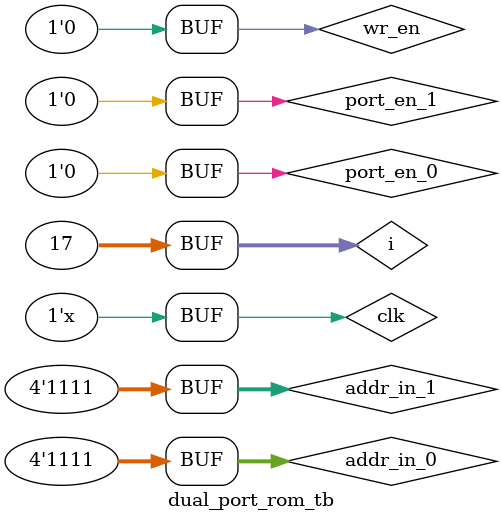
<source format=v>
module dual_port_rom 
	(input clk,
	 input wr_en,
	 input [3:0] addr_in_0,
	 input [3:0] addr_in_1,
	 input port_en_0,
	 input port_en_1,
	 output [7:0] data_out_0,
	 output [7:0] data_out_1);

reg   [4:0] raddr;
reg[7:0] rom [7:0];

 always @(posedge clk)
 begin
    if (port_en_0 == 1 && wr_en == 1)
       raddr <= addr_in_0;
 end

 always @(raddr) 
 begin
    if (port_en_0 == 1 && wr_en == 1)
       case(raddr)
   4'b0000: rom[raddr] = 8'b00100100;
   4'b0001: rom[raddr] = 8'b00100011;
   4'b0010: rom[raddr] = 8'b11100010;
   4'b0011: rom[raddr] = 8'b00100001;
   4'b0100: rom[raddr] = 8'b01000101;
   4'b0101: rom[raddr] = 8'b10101110;
   4'b0110: rom[raddr] = 8'b11001011;
   4'b0111: rom[raddr] = 8'b00000000;
   4'b1000: rom[raddr] = 8'b10100011;
   4'b1001: rom[raddr] = 8'b00101010;
   4'b1010: rom[raddr] = 8'b11101100;
   4'b1011: rom[raddr] = 8'b00100010;
   4'b1100: rom[raddr] = 8'b01000000;
   4'b1101: rom[raddr] = 8'b10100000;
   4'b1110: rom[raddr] = 8'b00001100;
   4'b1111: rom[raddr] = 8'b00000000;
   default: rom[raddr] = 8'bXXXXXXXX;
       endcase
 end
assign data_out_0 = port_en_0 ? rom[addr_in_0] : 'dZ;   
assign data_out_1 = port_en_1 ? rom[addr_in_1] : 'dZ;  
endmodule

module dual_port_rom_tb;

    // Inputs
    reg clk;
    reg wr_en;
    reg [3:0] addr_in_0;
    reg [3:0] addr_in_1;
    reg port_en_0;
    reg port_en_1;

    // Outputs
    wire [7:0] data_out_0;
    wire [7:0] data_out_1;
    
    integer i;

    // Instantiate the Unit Under Test (UUT)
    dual_port_rom uut (
        .clk(clk), 
        .wr_en(wr_en),  
        .addr_in_0(addr_in_0), 
        .addr_in_1(addr_in_1), 
        .port_en_0(port_en_0), 
        .port_en_1(port_en_1), 
        .data_out_0(data_out_0), 
        .data_out_1(data_out_1)
    );
    
    always
        #5 clk = ~clk;

    initial begin
        // Initialize Inputs
        clk = 1;
        addr_in_1 = 0;
        port_en_0 = 0;
        port_en_1 = 0;
        wr_en = 0;
        addr_in_0 = 0;  
        #20
        port_en_0 = 1;  
        wr_en = 1;
      for(i=1; i <= 16; i = i + 1) begin
            addr_in_0 = i-1;
            #10;
        end
        wr_en = 0;
        port_en_0 = 0;  
        //Read from port 1, all the locations of ROM.
        port_en_1 = 1;  
        for(i=1; i <= 16; i = i + 1) begin
            addr_in_1 = i-1;
            #10;
        end
        port_en_1 = 0;
    end
      
endmodule

</source>
